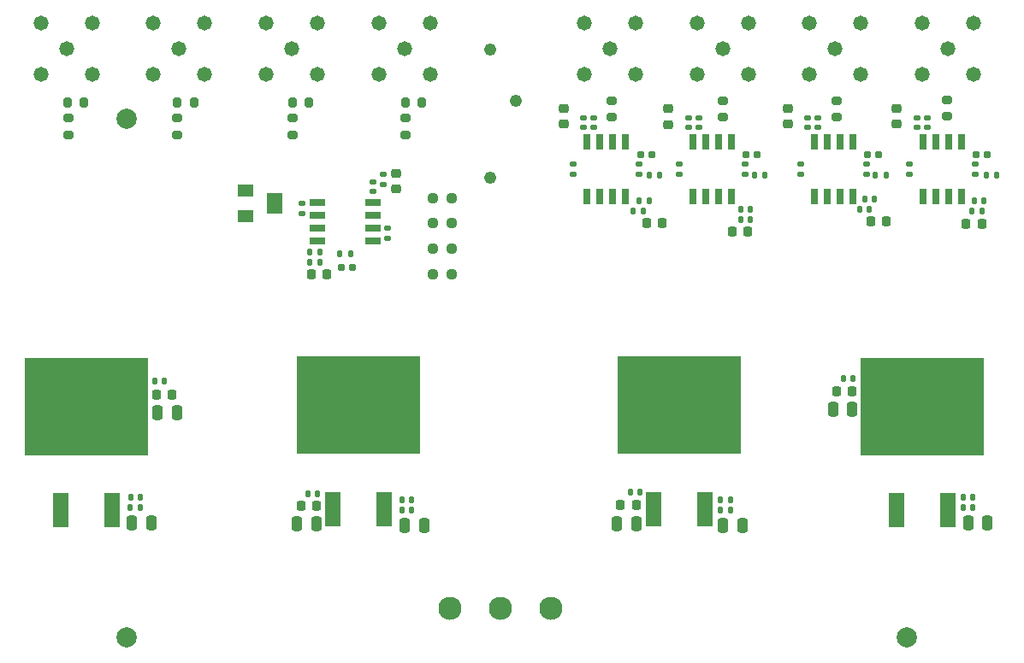
<source format=gbr>
%TF.GenerationSoftware,KiCad,Pcbnew,9.0.0*%
%TF.CreationDate,2025-03-11T15:41:36+01:00*%
%TF.ProjectId,zdc_fifo_test,7a64635f-6669-4666-9f5f-746573742e6b,rev?*%
%TF.SameCoordinates,Original*%
%TF.FileFunction,Soldermask,Top*%
%TF.FilePolarity,Negative*%
%FSLAX46Y46*%
G04 Gerber Fmt 4.6, Leading zero omitted, Abs format (unit mm)*
G04 Created by KiCad (PCBNEW 9.0.0) date 2025-03-11 15:41:36*
%MOMM*%
%LPD*%
G01*
G04 APERTURE LIST*
G04 Aperture macros list*
%AMRoundRect*
0 Rectangle with rounded corners*
0 $1 Rounding radius*
0 $2 $3 $4 $5 $6 $7 $8 $9 X,Y pos of 4 corners*
0 Add a 4 corners polygon primitive as box body*
4,1,4,$2,$3,$4,$5,$6,$7,$8,$9,$2,$3,0*
0 Add four circle primitives for the rounded corners*
1,1,$1+$1,$2,$3*
1,1,$1+$1,$4,$5*
1,1,$1+$1,$6,$7*
1,1,$1+$1,$8,$9*
0 Add four rect primitives between the rounded corners*
20,1,$1+$1,$2,$3,$4,$5,0*
20,1,$1+$1,$4,$5,$6,$7,0*
20,1,$1+$1,$6,$7,$8,$9,0*
20,1,$1+$1,$8,$9,$2,$3,0*%
G04 Aperture macros list end*
%ADD10RoundRect,0.200000X-0.275000X0.200000X-0.275000X-0.200000X0.275000X-0.200000X0.275000X0.200000X0*%
%ADD11RoundRect,0.155000X0.212500X0.155000X-0.212500X0.155000X-0.212500X-0.155000X0.212500X-0.155000X0*%
%ADD12R,0.650000X1.525000*%
%ADD13C,1.473200*%
%ADD14RoundRect,0.140000X0.170000X-0.140000X0.170000X0.140000X-0.170000X0.140000X-0.170000X-0.140000X0*%
%ADD15R,1.600000X1.300000*%
%ADD16R,1.600000X2.000000*%
%ADD17RoundRect,0.237500X-0.250000X-0.237500X0.250000X-0.237500X0.250000X0.237500X-0.250000X0.237500X0*%
%ADD18R,1.600000X3.500000*%
%ADD19R,12.200000X9.750000*%
%ADD20RoundRect,0.140000X0.140000X0.170000X-0.140000X0.170000X-0.140000X-0.170000X0.140000X-0.170000X0*%
%ADD21RoundRect,0.200000X-0.200000X-0.275000X0.200000X-0.275000X0.200000X0.275000X-0.200000X0.275000X0*%
%ADD22RoundRect,0.225000X-0.225000X-0.250000X0.225000X-0.250000X0.225000X0.250000X-0.225000X0.250000X0*%
%ADD23RoundRect,0.155000X-0.212500X-0.155000X0.212500X-0.155000X0.212500X0.155000X-0.212500X0.155000X0*%
%ADD24RoundRect,0.250000X0.250000X0.475000X-0.250000X0.475000X-0.250000X-0.475000X0.250000X-0.475000X0*%
%ADD25RoundRect,0.135000X0.185000X-0.135000X0.185000X0.135000X-0.185000X0.135000X-0.185000X-0.135000X0*%
%ADD26C,2.300000*%
%ADD27RoundRect,0.200000X0.275000X-0.200000X0.275000X0.200000X-0.275000X0.200000X-0.275000X-0.200000X0*%
%ADD28RoundRect,0.135000X-0.185000X0.135000X-0.185000X-0.135000X0.185000X-0.135000X0.185000X0.135000X0*%
%ADD29C,1.240000*%
%ADD30RoundRect,0.225000X0.250000X-0.225000X0.250000X0.225000X-0.250000X0.225000X-0.250000X-0.225000X0*%
%ADD31RoundRect,0.140000X-0.140000X-0.170000X0.140000X-0.170000X0.140000X0.170000X-0.140000X0.170000X0*%
%ADD32RoundRect,0.225000X0.225000X0.250000X-0.225000X0.250000X-0.225000X-0.250000X0.225000X-0.250000X0*%
%ADD33C,2.000000*%
%ADD34RoundRect,0.135000X0.135000X0.185000X-0.135000X0.185000X-0.135000X-0.185000X0.135000X-0.185000X0*%
%ADD35RoundRect,0.250000X-0.250000X-0.475000X0.250000X-0.475000X0.250000X0.475000X-0.250000X0.475000X0*%
%ADD36R,1.525000X0.650000*%
G04 APERTURE END LIST*
D10*
%TO.C,R27*%
X193400000Y-117175000D03*
X193400000Y-118825000D03*
%TD*%
%TO.C,R25*%
X182200000Y-117175000D03*
X182200000Y-118825000D03*
%TD*%
%TO.C,R23*%
X160000000Y-117175000D03*
X160000000Y-118825000D03*
%TD*%
%TO.C,R21*%
X170800000Y-117175000D03*
X170800000Y-118825000D03*
%TD*%
D11*
%TO.C,C41*%
X188135000Y-132000000D03*
X187000000Y-132000000D03*
%TD*%
D12*
%TO.C,IC5*%
X211345000Y-124962000D03*
X212615000Y-124962000D03*
X213885000Y-124962000D03*
X215155000Y-124962000D03*
X215155000Y-119538000D03*
X213885000Y-119538000D03*
X212615000Y-119538000D03*
X211345000Y-119538000D03*
%TD*%
D13*
%TO.C,J1*%
X159830960Y-110250000D03*
X157290960Y-107710000D03*
X157290960Y-112790000D03*
X162370960Y-112790000D03*
X162370960Y-107710000D03*
%TD*%
D14*
%TO.C,C55*%
X245000000Y-118080000D03*
X245000000Y-117120000D03*
%TD*%
D15*
%TO.C,VR1*%
X177550000Y-124350000D03*
D16*
X180450000Y-125600000D03*
D15*
X177550000Y-126850000D03*
%TD*%
D17*
%TO.C,R44*%
X196087500Y-125090000D03*
X197912500Y-125090000D03*
%TD*%
D18*
%TO.C,IC9*%
X217960000Y-155907000D03*
D19*
X220500000Y-145632000D03*
D18*
X223040000Y-155907000D03*
%TD*%
D20*
%TO.C,C1*%
X184680000Y-154400000D03*
X183720000Y-154400000D03*
%TD*%
D21*
%TO.C,R24*%
X182175000Y-115600000D03*
X183825000Y-115600000D03*
%TD*%
D22*
%TO.C,C67*%
X225725000Y-128450000D03*
X227275000Y-128450000D03*
%TD*%
D20*
%TO.C,C24*%
X167105000Y-155750000D03*
X166145000Y-155750000D03*
%TD*%
D21*
%TO.C,R22*%
X159925000Y-115600000D03*
X161575000Y-115600000D03*
%TD*%
D23*
%TO.C,C40*%
X249832500Y-120800000D03*
X250967500Y-120800000D03*
%TD*%
D13*
%TO.C,J2*%
X170970640Y-110250000D03*
X168430640Y-107710000D03*
X168430640Y-112790000D03*
X173510640Y-112790000D03*
X173510640Y-107710000D03*
%TD*%
D21*
%TO.C,R26*%
X193350000Y-115600000D03*
X195000000Y-115600000D03*
%TD*%
D24*
%TO.C,C3*%
X184550000Y-157400000D03*
X182650000Y-157400000D03*
%TD*%
D25*
%TO.C,R29*%
X249750000Y-122760000D03*
X249750000Y-121740000D03*
%TD*%
D26*
%TO.C,U1*%
X207750000Y-165750000D03*
X202750000Y-165750000D03*
X197750000Y-165750000D03*
%TD*%
D27*
%TO.C,R28*%
X247000000Y-117000000D03*
X247000000Y-115350000D03*
%TD*%
D21*
%TO.C,R20*%
X170800000Y-115600000D03*
X172450000Y-115600000D03*
%TD*%
D28*
%TO.C,R19*%
X183150000Y-125640000D03*
X183150000Y-126660000D03*
%TD*%
D13*
%TO.C,J6*%
X224750000Y-110250000D03*
X222210000Y-107710000D03*
X222210000Y-112790000D03*
X227290000Y-112790000D03*
X227290000Y-107710000D03*
%TD*%
D22*
%TO.C,C61*%
X239425000Y-127400000D03*
X240975000Y-127400000D03*
%TD*%
D24*
%TO.C,C34*%
X250950000Y-157250000D03*
X249050000Y-157250000D03*
%TD*%
D29*
%TO.C,VR2*%
X201708620Y-123038500D03*
X204248620Y-115418500D03*
X201708620Y-110338500D03*
%TD*%
D14*
%TO.C,C77*%
X211000000Y-118080000D03*
X211000000Y-117120000D03*
%TD*%
D22*
%TO.C,C27*%
X184025000Y-132650000D03*
X185575000Y-132650000D03*
%TD*%
D13*
%TO.C,J7*%
X235889680Y-110250000D03*
X233349680Y-107710000D03*
X233349680Y-112790000D03*
X238429680Y-112790000D03*
X238429680Y-107710000D03*
%TD*%
D25*
%TO.C,R42*%
X216500000Y-122760000D03*
X216500000Y-121740000D03*
%TD*%
D23*
%TO.C,C39*%
X239065000Y-120800000D03*
X240200000Y-120800000D03*
%TD*%
D30*
%TO.C,C72*%
X219400000Y-117800000D03*
X219400000Y-116250000D03*
%TD*%
%TO.C,C57*%
X242000000Y-117775000D03*
X242000000Y-116225000D03*
%TD*%
D13*
%TO.C,J4*%
X193250000Y-110250000D03*
X190710000Y-107710000D03*
X190710000Y-112790000D03*
X195790000Y-112790000D03*
X195790000Y-107710000D03*
%TD*%
D12*
%TO.C,IC3*%
X233845000Y-124962000D03*
X235115000Y-124962000D03*
X236385000Y-124962000D03*
X237655000Y-124962000D03*
X237655000Y-119538000D03*
X236385000Y-119538000D03*
X235115000Y-119538000D03*
X233845000Y-119538000D03*
%TD*%
D25*
%TO.C,R17*%
X191600000Y-129070000D03*
X191600000Y-128050000D03*
%TD*%
%TO.C,R36*%
X220500000Y-122760000D03*
X220500000Y-121740000D03*
%TD*%
D31*
%TO.C,C63*%
X238320000Y-126200000D03*
X239280000Y-126200000D03*
%TD*%
D32*
%TO.C,C21*%
X170287500Y-144600000D03*
X168737500Y-144600000D03*
%TD*%
D20*
%TO.C,C35*%
X249500000Y-155750000D03*
X248540000Y-155750000D03*
%TD*%
D22*
%TO.C,C60*%
X248845000Y-127650000D03*
X250395000Y-127650000D03*
%TD*%
D33*
%TO.C,REFx3*%
X165800000Y-117200000D03*
%TD*%
D17*
%TO.C,R47*%
X196087500Y-132620000D03*
X197912500Y-132620000D03*
%TD*%
D14*
%TO.C,C65*%
X233200000Y-118080000D03*
X233200000Y-117120000D03*
%TD*%
D31*
%TO.C,C68*%
X226520000Y-127200000D03*
X227480000Y-127200000D03*
%TD*%
%TO.C,C7*%
X193020000Y-155000000D03*
X193980000Y-155000000D03*
%TD*%
D32*
%TO.C,C9*%
X216200000Y-155500000D03*
X214650000Y-155500000D03*
%TD*%
D20*
%TO.C,C25*%
X167125000Y-154750000D03*
X166165000Y-154750000D03*
%TD*%
D14*
%TO.C,C76*%
X212000000Y-118080000D03*
X212000000Y-117120000D03*
%TD*%
D25*
%TO.C,R32*%
X232500000Y-122760000D03*
X232500000Y-121740000D03*
%TD*%
D34*
%TO.C,R18*%
X187910000Y-130650000D03*
X186890000Y-130650000D03*
%TD*%
D30*
%TO.C,C66*%
X231200000Y-117775000D03*
X231200000Y-116225000D03*
%TD*%
D14*
%TO.C,C56*%
X244000000Y-118080000D03*
X244000000Y-117120000D03*
%TD*%
D20*
%TO.C,C22*%
X169513750Y-143250000D03*
X168553750Y-143250000D03*
%TD*%
D17*
%TO.C,R46*%
X196087500Y-130110000D03*
X197912500Y-130110000D03*
%TD*%
D30*
%TO.C,C30*%
X192400000Y-124175000D03*
X192400000Y-122625000D03*
%TD*%
D35*
%TO.C,C11*%
X224820000Y-157500000D03*
X226720000Y-157500000D03*
%TD*%
D34*
%TO.C,R33*%
X240910000Y-122800000D03*
X239890000Y-122800000D03*
%TD*%
D31*
%TO.C,C6*%
X193020000Y-156000000D03*
X193980000Y-156000000D03*
%TD*%
D24*
%TO.C,C23*%
X168200000Y-157250000D03*
X166300000Y-157250000D03*
%TD*%
D34*
%TO.C,R30*%
X251910000Y-122800000D03*
X250890000Y-122800000D03*
%TD*%
D31*
%TO.C,C2*%
X183920000Y-131450000D03*
X184880000Y-131450000D03*
%TD*%
%TO.C,C12*%
X224540000Y-156000000D03*
X225500000Y-156000000D03*
%TD*%
D25*
%TO.C,R34*%
X239000000Y-122760000D03*
X239000000Y-121740000D03*
%TD*%
D31*
%TO.C,C62*%
X238840000Y-125200000D03*
X239800000Y-125200000D03*
%TD*%
%TO.C,C33*%
X236682500Y-143000000D03*
X237642500Y-143000000D03*
%TD*%
D14*
%TO.C,C64*%
X234200000Y-118080000D03*
X234200000Y-117120000D03*
%TD*%
D31*
%TO.C,C26*%
X183920000Y-130450000D03*
X184880000Y-130450000D03*
%TD*%
D27*
%TO.C,R35*%
X236000000Y-117075000D03*
X236000000Y-115425000D03*
%TD*%
D25*
%TO.C,R31*%
X243250000Y-122760000D03*
X243250000Y-121740000D03*
%TD*%
D34*
%TO.C,R41*%
X218510000Y-122800000D03*
X217490000Y-122800000D03*
%TD*%
D27*
%TO.C,R39*%
X224750000Y-117075000D03*
X224750000Y-115425000D03*
%TD*%
D23*
%TO.C,C38*%
X227032500Y-120800000D03*
X228167500Y-120800000D03*
%TD*%
D20*
%TO.C,C36*%
X249500000Y-154750000D03*
X248540000Y-154750000D03*
%TD*%
D24*
%TO.C,C20*%
X170733750Y-146400000D03*
X168833750Y-146400000D03*
%TD*%
D17*
%TO.C,R45*%
X196087500Y-127600000D03*
X197912500Y-127600000D03*
%TD*%
D35*
%TO.C,C31*%
X235700000Y-146000000D03*
X237600000Y-146000000D03*
%TD*%
D31*
%TO.C,C13*%
X224540000Y-155000000D03*
X225500000Y-155000000D03*
%TD*%
D14*
%TO.C,C28*%
X190150000Y-124430000D03*
X190150000Y-123470000D03*
%TD*%
D31*
%TO.C,C69*%
X226520000Y-126200000D03*
X227480000Y-126200000D03*
%TD*%
D14*
%TO.C,C71*%
X221400000Y-118080000D03*
X221400000Y-117120000D03*
%TD*%
D25*
%TO.C,R40*%
X210000000Y-122760000D03*
X210000000Y-121740000D03*
%TD*%
D23*
%TO.C,C37*%
X216632500Y-120800000D03*
X217767500Y-120800000D03*
%TD*%
D33*
%TO.C,REFx1*%
X165800000Y-168600000D03*
%TD*%
D34*
%TO.C,R37*%
X228910000Y-122800000D03*
X227890000Y-122800000D03*
%TD*%
D31*
%TO.C,C74*%
X216520000Y-125400000D03*
X217480000Y-125400000D03*
%TD*%
D12*
%TO.C,IC4*%
X221845000Y-124962000D03*
X223115000Y-124962000D03*
X224385000Y-124962000D03*
X225655000Y-124962000D03*
X225655000Y-119538000D03*
X224385000Y-119538000D03*
X223115000Y-119538000D03*
X221845000Y-119538000D03*
%TD*%
D22*
%TO.C,C32*%
X236025000Y-144200000D03*
X237575000Y-144200000D03*
%TD*%
D25*
%TO.C,R38*%
X227000000Y-122760000D03*
X227000000Y-121740000D03*
%TD*%
D33*
%TO.C,REFx2*%
X243000000Y-168600000D03*
%TD*%
D31*
%TO.C,C75*%
X215920000Y-126400000D03*
X216880000Y-126400000D03*
%TD*%
D18*
%TO.C,IC6*%
X159210000Y-156025000D03*
D19*
X161750000Y-145750000D03*
D18*
X164290000Y-156025000D03*
%TD*%
D35*
%TO.C,C5*%
X193300000Y-157500000D03*
X195200000Y-157500000D03*
%TD*%
D31*
%TO.C,C58*%
X249440000Y-126400000D03*
X250400000Y-126400000D03*
%TD*%
D14*
%TO.C,C70*%
X222400000Y-118080000D03*
X222400000Y-117120000D03*
%TD*%
D12*
%TO.C,IC2*%
X244595000Y-124962000D03*
X245865000Y-124962000D03*
X247135000Y-124962000D03*
X248405000Y-124962000D03*
X248405000Y-119538000D03*
X247135000Y-119538000D03*
X245865000Y-119538000D03*
X244595000Y-119538000D03*
%TD*%
D20*
%TO.C,C10*%
X216600000Y-154200000D03*
X215640000Y-154200000D03*
%TD*%
D22*
%TO.C,C73*%
X217225000Y-127600000D03*
X218775000Y-127600000D03*
%TD*%
D31*
%TO.C,C59*%
X249640000Y-125400000D03*
X250600000Y-125400000D03*
%TD*%
D13*
%TO.C,J5*%
X213610320Y-110250000D03*
X211070320Y-107710000D03*
X211070320Y-112790000D03*
X216150320Y-112790000D03*
X216150320Y-107710000D03*
%TD*%
D32*
%TO.C,C4*%
X184600000Y-155600000D03*
X183050000Y-155600000D03*
%TD*%
D18*
%TO.C,IC7*%
X241960000Y-156025000D03*
D19*
X244500000Y-145750000D03*
D18*
X247040000Y-156025000D03*
%TD*%
D13*
%TO.C,J3*%
X182110320Y-110250000D03*
X179570320Y-107710000D03*
X179570320Y-112790000D03*
X184650320Y-112790000D03*
X184650320Y-107710000D03*
%TD*%
%TO.C,J8*%
X247029360Y-110250000D03*
X244489360Y-107710000D03*
X244489360Y-112790000D03*
X249569360Y-112790000D03*
X249569360Y-107710000D03*
%TD*%
D27*
%TO.C,R43*%
X213750000Y-117075000D03*
X213750000Y-115425000D03*
%TD*%
D18*
%TO.C,IC8*%
X186210000Y-155907000D03*
D19*
X188750000Y-145632000D03*
D18*
X191290000Y-155907000D03*
%TD*%
D24*
%TO.C,C8*%
X216200000Y-157400000D03*
X214300000Y-157400000D03*
%TD*%
D36*
%TO.C,IC1*%
X184688000Y-125495000D03*
X184688000Y-126765000D03*
X184688000Y-128035000D03*
X184688000Y-129305000D03*
X190112000Y-129305000D03*
X190112000Y-128035000D03*
X190112000Y-126765000D03*
X190112000Y-125495000D03*
%TD*%
D14*
%TO.C,C29*%
X191150000Y-123730000D03*
X191150000Y-122770000D03*
%TD*%
D30*
%TO.C,C78*%
X209000000Y-117775000D03*
X209000000Y-116225000D03*
%TD*%
M02*

</source>
